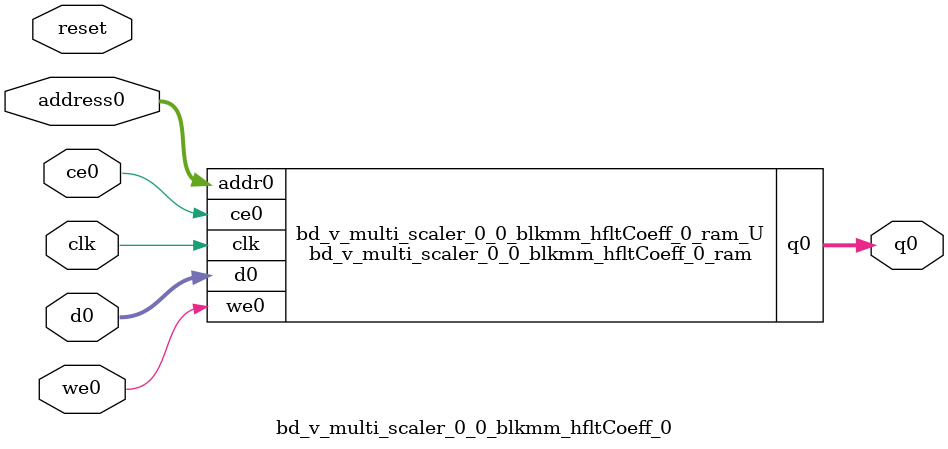
<source format=v>
`timescale 1 ns / 1 ps
module bd_v_multi_scaler_0_0_blkmm_hfltCoeff_0_ram (addr0, ce0, d0, we0, q0,  clk);

parameter DWIDTH = 16;
parameter AWIDTH = 9;
parameter MEM_SIZE = 384;

input[AWIDTH-1:0] addr0;
input ce0;
input[DWIDTH-1:0] d0;
input we0;
output reg[DWIDTH-1:0] q0;
input clk;

reg [DWIDTH-1:0] ram[0:MEM_SIZE-1];




always @(posedge clk)  
begin 
    if (ce0) begin
        if (we0) 
            ram[addr0] <= d0; 
        q0 <= ram[addr0];
    end
end


endmodule

`timescale 1 ns / 1 ps
module bd_v_multi_scaler_0_0_blkmm_hfltCoeff_0(
    reset,
    clk,
    address0,
    ce0,
    we0,
    d0,
    q0);

parameter DataWidth = 32'd16;
parameter AddressRange = 32'd384;
parameter AddressWidth = 32'd9;
input reset;
input clk;
input[AddressWidth - 1:0] address0;
input ce0;
input we0;
input[DataWidth - 1:0] d0;
output[DataWidth - 1:0] q0;



bd_v_multi_scaler_0_0_blkmm_hfltCoeff_0_ram bd_v_multi_scaler_0_0_blkmm_hfltCoeff_0_ram_U(
    .clk( clk ),
    .addr0( address0 ),
    .ce0( ce0 ),
    .we0( we0 ),
    .d0( d0 ),
    .q0( q0 ));

endmodule


</source>
